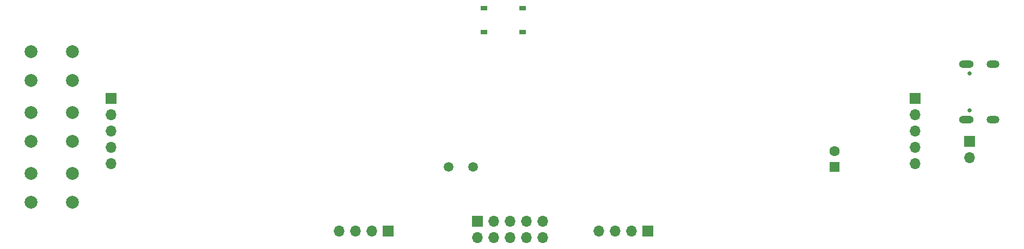
<source format=gbr>
%TF.GenerationSoftware,KiCad,Pcbnew,7.0.2*%
%TF.CreationDate,2024-10-16T20:37:04+05:30*%
%TF.ProjectId,digitalClock,64696769-7461-46c4-936c-6f636b2e6b69,rev?*%
%TF.SameCoordinates,Original*%
%TF.FileFunction,Soldermask,Bot*%
%TF.FilePolarity,Negative*%
%FSLAX46Y46*%
G04 Gerber Fmt 4.6, Leading zero omitted, Abs format (unit mm)*
G04 Created by KiCad (PCBNEW 7.0.2) date 2024-10-16 20:37:04*
%MOMM*%
%LPD*%
G01*
G04 APERTURE LIST*
%ADD10C,2.000000*%
%ADD11C,0.650000*%
%ADD12O,2.004000X1.204000*%
%ADD13O,2.304000X1.204000*%
%ADD14R,1.700000X1.700000*%
%ADD15O,1.700000X1.700000*%
%ADD16C,1.500000*%
%ADD17R,1.600000X1.600000*%
%ADD18C,1.600000*%
%ADD19R,1.000000X0.750000*%
G04 APERTURE END LIST*
D10*
%TO.C,SW3*%
X77500000Y-110500000D03*
X71000000Y-110500000D03*
X77500000Y-106000000D03*
X71000000Y-106000000D03*
%TD*%
D11*
%TO.C,J7*%
X217000000Y-96210000D03*
X217000000Y-90430000D03*
D12*
X220680000Y-97640000D03*
X220680000Y-89000000D03*
D13*
X216500000Y-97640000D03*
X216500000Y-89000000D03*
%TD*%
D14*
%TO.C,J5*%
X83500000Y-94340000D03*
D15*
X83500000Y-96880000D03*
X83500000Y-99420000D03*
X83500000Y-101960000D03*
X83500000Y-104500000D03*
%TD*%
D10*
%TO.C,SW2*%
X77500000Y-101000000D03*
X71000000Y-101000000D03*
X77500000Y-96500000D03*
X71000000Y-96500000D03*
%TD*%
D16*
%TO.C,Y1*%
X139800000Y-105000000D03*
X136000000Y-105000000D03*
%TD*%
D14*
%TO.C,J3*%
X208500000Y-94340000D03*
D15*
X208500000Y-96880000D03*
X208500000Y-99420000D03*
X208500000Y-101960000D03*
X208500000Y-104500000D03*
%TD*%
D10*
%TO.C,SW1*%
X77500000Y-91500000D03*
X71000000Y-91500000D03*
X77500000Y-87000000D03*
X71000000Y-87000000D03*
%TD*%
D17*
%TO.C,C5*%
X196000000Y-105000000D03*
D18*
X196000000Y-102500000D03*
%TD*%
D14*
%TO.C,J1*%
X217000000Y-101000000D03*
D15*
X217000000Y-103540000D03*
%TD*%
D14*
%TO.C,J6*%
X140460000Y-113460000D03*
D15*
X140460000Y-116000000D03*
X143000000Y-113460000D03*
X143000000Y-116000000D03*
X145540000Y-113460000D03*
X145540000Y-116000000D03*
X148080000Y-113460000D03*
X148080000Y-116000000D03*
X150620000Y-113460000D03*
X150620000Y-116000000D03*
%TD*%
D14*
%TO.C,J4*%
X167000000Y-115000000D03*
D15*
X164460000Y-115000000D03*
X161920000Y-115000000D03*
X159380000Y-115000000D03*
%TD*%
D14*
%TO.C,J2*%
X126580000Y-115000000D03*
D15*
X124040000Y-115000000D03*
X121500000Y-115000000D03*
X118960000Y-115000000D03*
%TD*%
D19*
%TO.C,SW4*%
X147500000Y-80250000D03*
X141500000Y-80250000D03*
X147500000Y-84000000D03*
X141500000Y-84000000D03*
%TD*%
M02*

</source>
